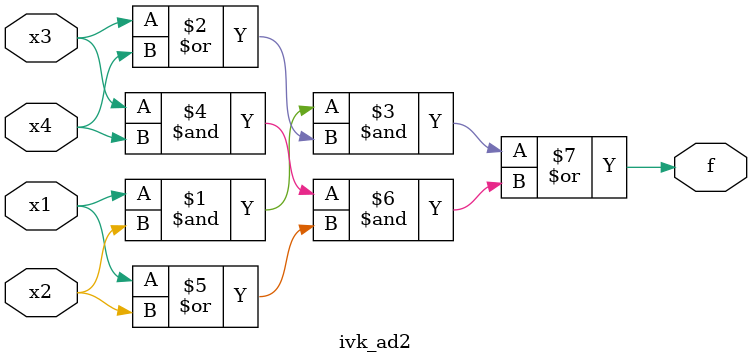
<source format=v>
module ivk_ad2 (x1,x2,x3,x4,f);
    input x1,x2,x3,x4;
    output f;
    assign f=((x1&x2)&(x3|x4))|((x3&x4)&(x1|x2));
endmodule
</source>
